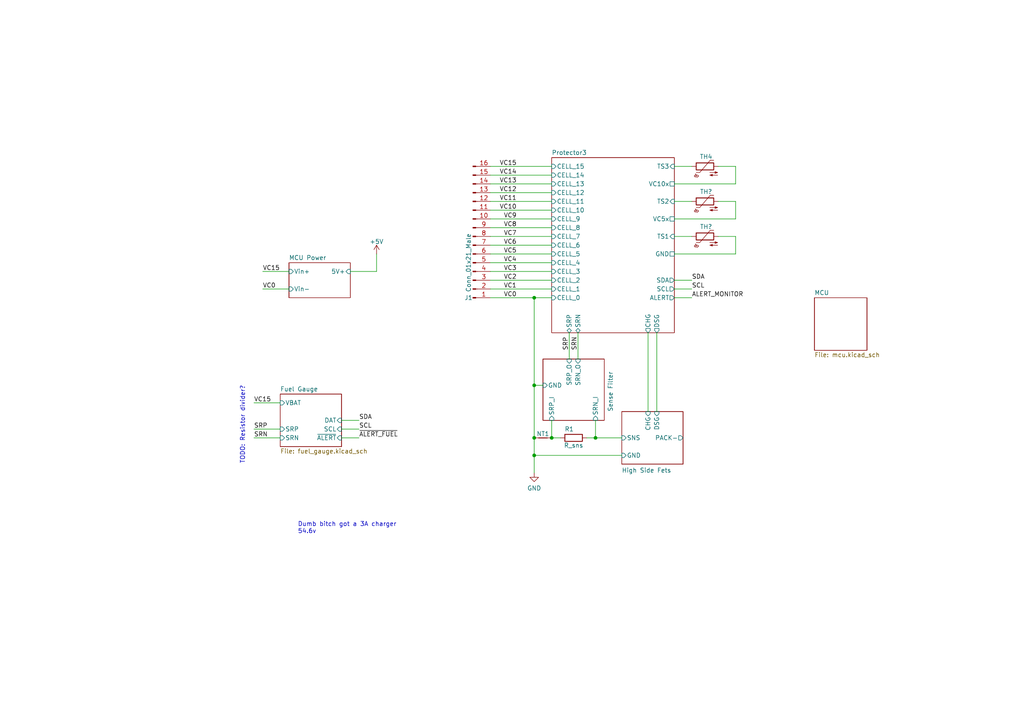
<source format=kicad_sch>
(kicad_sch (version 20211123) (generator eeschema)
  (paper "A4")
  (title_block (title "BMS") (date "2022-10-30") (rev "Rev 0") (company "QTech BMS Dept"))
  (lib_symbols
    (symbol "Connector:Conn_01x16_Male" (pin_names (offset 1.016) hide)
      (property "Reference" "J" (at 0 20.32 0))
      (property "Value" "Conn_01x16_Male" (at 0 -22.86 0))
      (symbol "Conn_01x16_Male_1_1"
        (polyline (pts (xy 1.27 -20.32) (xy 0.8636 -20.32)) (stroke (width 0.1524)))
        (polyline (pts (xy 1.27 -17.78) (xy 0.8636 -17.78)) (stroke (width 0.1524)))
        (polyline (pts (xy 1.27 -15.24) (xy 0.8636 -15.24)) (stroke (width 0.1524)))
        (polyline (pts (xy 1.27 -12.7) (xy 0.8636 -12.7)) (stroke (width 0.1524)))
        (polyline (pts (xy 1.27 -10.16) (xy 0.8636 -10.16)) (stroke (width 0.1524)))
        (polyline (pts (xy 1.27 -7.62) (xy 0.8636 -7.62)) (stroke (width 0.1524)))
        (polyline (pts (xy 1.27 -5.08) (xy 0.8636 -5.08)) (stroke (width 0.1524)))
        (polyline (pts (xy 1.27 -2.54) (xy 0.8636 -2.54)) (stroke (width 0.1524)))
        (polyline (pts (xy 1.27 0) (xy 0.8636 0)) (stroke (width 0.1524)))
        (polyline (pts (xy 1.27 2.54) (xy 0.8636 2.54)) (stroke (width 0.1524)))
        (polyline (pts (xy 1.27 5.08) (xy 0.8636 5.08)) (stroke (width 0.1524)))
        (polyline (pts (xy 1.27 7.62) (xy 0.8636 7.62)) (stroke (width 0.1524)))
        (polyline (pts (xy 1.27 10.16) (xy 0.8636 10.16)) (stroke (width 0.1524)))
        (polyline (pts (xy 1.27 12.7) (xy 0.8636 12.7)) (stroke (width 0.1524)))
        (polyline (pts (xy 1.27 15.24) (xy 0.8636 15.24)) (stroke (width 0.1524)))
        (polyline (pts (xy 1.27 17.78) (xy 0.8636 17.78)) (stroke (width 0.1524)))
        (rectangle (start 0.8636 -20.193) (end 0 -20.447) (stroke (width 0.1524)) (fill (type outline)))
        (rectangle (start 0.8636 -17.653) (end 0 -17.907) (stroke (width 0.1524)) (fill (type outline)))
        (rectangle (start 0.8636 -15.113) (end 0 -15.367) (stroke (width 0.1524)) (fill (type outline)))
        (rectangle (start 0.8636 -12.573) (end 0 -12.827) (stroke (width 0.1524)) (fill (type outline)))
        (rectangle (start 0.8636 -10.033) (end 0 -10.287) (stroke (width 0.1524)) (fill (type outline)))
        (rectangle (start 0.8636 -7.493) (end 0 -7.747) (stroke (width 0.1524)) (fill (type outline)))
        (rectangle (start 0.8636 -4.953) (end 0 -5.207) (stroke (width 0.1524)) (fill (type outline)))
        (rectangle (start 0.8636 -2.413) (end 0 -2.667) (stroke (width 0.1524)) (fill (type outline)))
        (rectangle (start 0.8636 0.127) (end 0 -0.127) (stroke (width 0.1524)) (fill (type outline)))
        (rectangle (start 0.8636 2.667) (end 0 2.413) (stroke (width 0.1524)) (fill (type outline)))
        (rectangle (start 0.8636 5.207) (end 0 4.953) (stroke (width 0.1524)) (fill (type outline)))
        (rectangle (start 0.8636 7.747) (end 0 7.493) (stroke (width 0.1524)) (fill (type outline)))
        (rectangle (start 0.8636 10.287) (end 0 10.033) (stroke (width 0.1524)) (fill (type outline)))
        (rectangle (start 0.8636 12.827) (end 0 12.573) (stroke (width 0.1524)) (fill (type outline)))
        (rectangle (start 0.8636 15.367) (end 0 15.113) (stroke (width 0.1524)) (fill (type outline)))
        (rectangle (start 0.8636 17.907) (end 0 17.653) (stroke (width 0.1524)) (fill (type outline)))
        (pin passive line (at 5.08 17.78 180) (length 3.81) (name "Pin_1") (number "1"))
        (pin passive line (at 5.08 -5.08 180) (length 3.81) (name "Pin_10") (number "10"))
        (pin passive line (at 5.08 -7.62 180) (length 3.81) (name "Pin_11") (number "11"))
        (pin passive line (at 5.08 -10.16 180) (length 3.81) (name "Pin_12") (number "12"))
        (pin passive line (at 5.08 -12.7 180) (length 3.81) (name "Pin_13") (number "13"))
        (pin passive line (at 5.08 -15.24 180) (length 3.81) (name "Pin_14") (number "14"))
        (pin passive line (at 5.08 -17.78 180) (length 3.81) (name "Pin_15") (number "15"))
        (pin passive line (at 5.08 -20.32 180) (length 3.81) (name "Pin_16") (number "16"))
        (pin passive line (at 5.08 15.24 180) (length 3.81) (name "Pin_2") (number "2"))
        (pin passive line (at 5.08 12.7 180) (length 3.81) (name "Pin_3") (number "3"))
        (pin passive line (at 5.08 10.16 180) (length 3.81) (name "Pin_4") (number "4"))
        (pin passive line (at 5.08 7.62 180) (length 3.81) (name "Pin_5") (number "5"))
        (pin passive line (at 5.08 5.08 180) (length 3.81) (name "Pin_6") (number "6"))
        (pin passive line (at 5.08 2.54 180) (length 3.81) (name "Pin_7") (number "7"))
        (pin passive line (at 5.08 0 180) (length 3.81) (name "Pin_8") (number "8"))
        (pin passive line (at 5.08 -2.54 180) (length 3.81) (name "Pin_9") (number "9"))
      )
    )
    (symbol "Device:NetTie_2" (pin_numbers hide) (pin_names (offset 0) hide)
      (property "Reference" "NT" (at 0 1.27 0))
      (property "Value" "NetTie_2" (at 0 -1.27 0))
      (symbol "NetTie_2_0_1"
        (polyline (pts (xy -1.27 0) (xy 1.27 0)) (stroke (width 0.254)))
      )
      (symbol "NetTie_2_1_1"
        (pin passive line (at -2.54 0 0) (length 2.54) (name "1") (number "1"))
        (pin passive line (at 2.54 0 180) (length 2.54) (name "2") (number "2"))
      )
    )
    (symbol "Device:R" (pin_numbers hide) (pin_names (offset 0))
      (property "Reference" "R" (at 2.032 0 90))
      (property "Value" "R" (at 0 0 90))
      (symbol "R_0_1"
        (rectangle (start -1.016 -2.54) (end 1.016 2.54) (stroke (width 0.254)))
      )
      (symbol "R_1_1"
        (pin passive line (at 0 3.81 270) (length 1.27) (name "~") (number "1"))
        (pin passive line (at 0 -3.81 90) (length 1.27) (name "~") (number "2"))
      )
    )
    (symbol "Device:Thermistor_NTC" (pin_numbers hide) (pin_names (offset 0))
      (property "Reference" "TH" (at -4.445 0 90))
      (property "Value" "Thermistor_NTC" (at 3.175 0 90))
      (symbol "Thermistor_NTC_0_1"
        (arc (start -3.048 2.159) (mid -3.0495 2.3143) (end -3.175 2.413))
        (arc (start -3.048 2.159) (mid -2.9736 1.9794) (end -2.794 1.905))
        (arc (start -3.048 2.794) (mid -2.9736 2.6144) (end -2.794 2.54))
        (arc (start -2.794 1.905) (mid -2.6144 1.9794) (end -2.54 2.159))
        (arc (start -2.794 2.54) (mid -2.4393 2.5587) (end -2.159 2.794))
        (arc (start -2.794 3.048) (mid -2.9736 2.9736) (end -3.048 2.794))
        (arc (start -2.54 2.794) (mid -2.6144 2.9736) (end -2.794 3.048))
        (rectangle (start -1.016 2.54) (end 1.016 -2.54) (stroke (width 0.254)))
        (polyline (pts (xy -2.54 2.159) (xy -2.54 2.794)))
        (polyline (pts (xy -1.778 2.54) (xy -1.778 1.524) (xy 1.778 -1.524) (xy 1.778 -2.54)))
        (polyline (pts (xy -2.54 -3.683) (xy -2.54 -1.397) (xy -2.794 -2.159) (xy -2.286 -2.159) (xy -2.54 -1.397) (xy -2.54 -1.651)) (fill (type outline)))
        (polyline (pts (xy -1.778 -1.397) (xy -1.778 -3.683) (xy -2.032 -2.921) (xy -1.524 -2.921) (xy -1.778 -3.683) (xy -1.778 -3.429)) (fill (type outline)))
      )
      (symbol "Thermistor_NTC_1_1"
        (pin passive line (at 0 3.81 270) (length 1.27) (name "~") (number "1"))
        (pin passive line (at 0 -3.81 90) (length 1.27) (name "~") (number "2"))
      )
    )
    (symbol "power:+5V" (power) (pin_names (offset 0))
      (property "Value" "+5V" (at 0 3.556 0))
      (symbol "+5V_0_1"
        (polyline (pts (xy -0.762 1.27) (xy 0 2.54)))
        (polyline (pts (xy 0 0) (xy 0 2.54)))
        (polyline (pts (xy 0 2.54) (xy 0.762 1.27)))
      )
      (symbol "+5V_1_1"
        (pin power_in line (at 0 0 90) (length 0) hide (name "+5V") (number "1"))
      )
    )
    (symbol "power:GND" (power) (pin_names (offset 0))
      (property "Value" "GND" (at 0 -3.81 0))
      (symbol "GND_0_1"
        (polyline (pts (xy 0 0) (xy 0 -1.27) (xy 1.27 -1.27) (xy 0 -2.54) (xy -1.27 -1.27) (xy 0 -1.27)))
      )
      (symbol "GND_1_1"
        (pin power_in line (at 0 0 270) (length 0) hide (name "GND") (number "1"))
      )
    )
  )
  (junction (at 154.94 132.08))
  (junction (at 154.94 86.36))
  (junction (at 172.72 127))
  (junction (at 160.02 127))
  (junction (at 154.94 111.76))
  (junction (at 154.94 127))
  (wire (pts (xy 187.96 96.52) (xy 187.96 119.38)))
  (wire (pts (xy 213.36 53.34) (xy 213.36 48.26)))
  (wire (pts (xy 167.64 96.52) (xy 167.64 104.14)))
  (wire (pts (xy 142.24 83.82) (xy 160.02 83.82)))
  (wire (pts (xy 195.58 73.66) (xy 213.36 73.66)))
  (wire (pts (xy 142.24 76.2) (xy 160.02 76.2)))
  (wire (pts (xy 142.24 81.28) (xy 160.02 81.28)))
  (wire (pts (xy 142.24 58.42) (xy 160.02 58.42)))
  (wire (pts (xy 109.22 73.66) (xy 109.22 78.74)))
  (wire (pts (xy 76.2 78.74) (xy 83.82 78.74)))
  (wire (pts (xy 154.94 127) (xy 154.94 132.08)))
  (wire (pts (xy 195.58 63.5) (xy 213.36 63.5)))
  (wire (pts (xy 154.94 132.08) (xy 154.94 137.16)))
  (wire (pts (xy 195.58 68.58) (xy 200.66 68.58)))
  (wire (pts (xy 172.72 127) (xy 180.34 127)))
  (wire (pts (xy 142.24 86.36) (xy 154.94 86.36)))
  (wire (pts (xy 142.24 71.12) (xy 160.02 71.12)))
  (wire (pts (xy 172.72 121.92) (xy 172.72 127)))
  (wire (pts (xy 99.06 127) (xy 104.14 127)))
  (wire (pts (xy 142.24 48.26) (xy 160.02 48.26)))
  (wire (pts (xy 160.02 121.92) (xy 160.02 127)))
  (wire (pts (xy 213.36 63.5) (xy 213.36 58.42)))
  (wire (pts (xy 208.28 58.42) (xy 213.36 58.42)))
  (wire (pts (xy 142.24 63.5) (xy 160.02 63.5)))
  (wire (pts (xy 73.66 116.84) (xy 81.28 116.84)))
  (wire (pts (xy 81.28 124.46) (xy 73.66 124.46)))
  (wire (pts (xy 170.18 127) (xy 172.72 127)))
  (wire (pts (xy 195.58 86.36) (xy 200.66 86.36)))
  (wire (pts (xy 165.1 96.52) (xy 165.1 104.14)))
  (wire (pts (xy 195.58 53.34) (xy 213.36 53.34)))
  (wire (pts (xy 142.24 55.88) (xy 160.02 55.88)))
  (wire (pts (xy 142.24 73.66) (xy 160.02 73.66)))
  (wire (pts (xy 142.24 68.58) (xy 160.02 68.58)))
  (wire (pts (xy 213.36 73.66) (xy 213.36 68.58)))
  (wire (pts (xy 208.28 48.26) (xy 213.36 48.26)))
  (wire (pts (xy 154.94 111.76) (xy 157.48 111.76)))
  (wire (pts (xy 195.58 83.82) (xy 200.66 83.82)))
  (wire (pts (xy 208.28 68.58) (xy 213.36 68.58)))
  (wire (pts (xy 142.24 50.8) (xy 160.02 50.8)))
  (wire (pts (xy 99.06 121.92) (xy 104.14 121.92)))
  (wire (pts (xy 180.34 132.08) (xy 154.94 132.08)))
  (wire (pts (xy 160.02 127) (xy 162.56 127)))
  (wire (pts (xy 142.24 60.96) (xy 160.02 60.96)))
  (wire (pts (xy 76.2 83.82) (xy 83.82 83.82)))
  (wire (pts (xy 195.58 81.28) (xy 200.66 81.28)))
  (wire (pts (xy 81.28 127) (xy 73.66 127)))
  (wire (pts (xy 101.6 78.74) (xy 109.22 78.74)))
  (wire (pts (xy 154.94 86.36) (xy 160.02 86.36)))
  (wire (pts (xy 195.58 48.26) (xy 200.66 48.26)))
  (wire (pts (xy 142.24 66.04) (xy 160.02 66.04)))
  (wire (pts (xy 142.24 78.74) (xy 160.02 78.74)))
  (wire (pts (xy 190.5 96.52) (xy 190.5 119.38)))
  (wire (pts (xy 99.06 124.46) (xy 104.14 124.46)))
  (wire (pts (xy 195.58 58.42) (xy 200.66 58.42)))
  (wire (pts (xy 154.94 111.76) (xy 154.94 127)))
  (wire (pts (xy 142.24 53.34) (xy 160.02 53.34)))
  (wire (pts (xy 154.94 86.36) (xy 154.94 111.76)))
  (text "TODO: Resistor divider?" (at 71.12 134.62 90) (effects (font (size 1.27 1.27)) (justify left bottom)))
  (text "Dumb bitch got a 3A charger\n54.6v" (at 86.36 154.94 0) (effects (font (size 1.27 1.27)) (justify left bottom)))
  (label "VC7" (at 149.86 68.58 180))
  (label "VC14" (at 149.86 50.8 180))
  (label "SRP" (at 165.1 101.6 90))
  (label "~{ALERT_FUEL}" (at 104.14 127 0))
  (label "VC13" (at 149.86 53.34 180))
  (label "VC5" (at 149.86 73.66 180))
  (label "VC6" (at 149.86 71.12 180))
  (label "SRN" (at 167.64 101.6 90))
  (label "VC15" (at 76.2 78.74 0))
  (label "VC9" (at 149.86 63.5 180))
  (label "SDA" (at 104.14 121.92 0))
  (label "VC0" (at 149.86 86.36 180))
  (label "SCL" (at 104.14 124.46 0))
  (label "SDA" (at 200.66 81.28 0))
  (label "VC2" (at 149.86 81.28 180))
  (label "ALERT_MONITOR" (at 200.66 86.36 0))
  (label "VC1" (at 149.86 83.82 180))
  (label "VC10" (at 149.86 60.96 180))
  (label "SRN" (at 73.66 127 0))
  (label "SRP" (at 73.66 124.46 0))
  (label "VC8" (at 149.86 66.04 180))
  (label "SCL" (at 200.66 83.82 0))
  (label "VC15" (at 73.66 116.84 0))
  (label "VC12" (at 149.86 55.88 180))
  (label "VC4" (at 149.86 76.2 180))
  (label "VC0" (at 76.2 83.82 0))
  (label "VC11" (at 149.86 58.42 180))
  (label "VC3" (at 149.86 78.74 180))
  (label "VC15" (at 149.86 48.26 180))
  (symbol (lib_id "power:+5V") (at 109.22 73.66 0) (unit 1)
    (property "Reference" "#PWR01" (effects hide))
    (property "Value" "+5V" (at 109.22 70.0842 0))
  )
  (symbol (lib_id "power:GND") (at 154.94 137.16 0) (unit 1)
    (property "Reference" "#PWR02" (effects hide))
    (property "Value" "GND" (at 154.94 141.6034 0))
  )
  (symbol (lib_id "Device:NetTie_2") (at 157.48 127 0) (unit 1) (on_board no)
    (property "Reference" "NT1" (at 157.48 125.8372 0))
    (property "Value" "NetTie_2" (effects hide))
  )
  (symbol (lib_id "Connector:Conn_01x16_Male") (at 137.16 68.58 0) (mirror x) (unit 1)
    (property "Reference" "J1" (at 135.89 86.36 0))
    (property "Value" "Conn_01x21_Male" (at 135.89 76.2 90))
    (property "Footprint" "Connector_PinHeader_2.00mm:PinHeader_1x16_P2.00mm_Horizontal" (effects hide))
  )
  (symbol (lib_id "Device:Thermistor_NTC") (at 204.47 58.42 90) (unit 1)
    (property "Reference" "TH?" (at 204.7875 55.6062 90))
    (property "Value" "Thermistor_NTC" (effects hide))
    (property "Footprint" "Connector_JST:JST_PH_B2B-PH-K_1x02_P2.00mm_Vertical" (effects hide))
  )
  (symbol (lib_id "Device:Thermistor_NTC") (at 204.47 68.58 90) (unit 1)
    (property "Reference" "TH?" (at 204.7875 65.7662 90))
    (property "Value" "Thermistor_NTC" (effects hide))
    (property "Footprint" "Connector_JST:JST_PH_B2B-PH-K_1x02_P2.00mm_Vertical" (effects hide))
  )
  (symbol (lib_id "Device:Thermistor_NTC") (at 204.47 48.26 90) (unit 1)
    (property "Reference" "TH4" (at 204.7875 45.4462 90))
    (property "Value" "Thermistor_NTC" (effects hide))
    (property "Footprint" "Connector_JST:JST_PH_B2B-PH-K_1x02_P2.00mm_Vertical" (effects hide))
  )
  (symbol (lib_id "Device:R") (at 166.37 127 270) (unit 1)
    (property "Reference" "R1" (at 165.1 124.46 90))
    (property "Value" "R_sns" (at 166.37 129.1789 90))
    (property "Src_Value" "R_sns" (effects hide))
  )
  (sheet (at 81.28 114.3) (size 17.78 15.24) (stroke (width 0.1524))
    (property "Sheet name" "Fuel Gauge" (at 81.28 113.5884 0) (effects (justify left bottom)))
    (property "Sheet file" "fuel_gauge.kicad_sch" (at 81.28 130.1246 0) (effects (justify left top)))
    (pin "VBAT" input (at 81.28 116.84 180))
    (pin "SRN" input (at 81.28 127 180))
    (pin "SRP" input (at 81.28 124.46 180))
    (pin "SCL" input (at 99.06 124.46 0))
    (pin "~{ALERT}" input (at 99.06 127 0))
    (pin "DAT" input (at 99.06 121.92 0))
  )
  (sheet (at 236.22 86.36) (size 15.24 15.24) (stroke (width 0.1524))
    (property "Sheet name" "MCU" (at 236.22 85.6484 0) (effects (justify left bottom)))
    (property "Sheet file" "mcu.kicad_sch" (at 236.22 102.1846 0) (effects (justify left top)))
  )
  (sheet (at 180.34 119.38) (size 17.78 15.24) (stroke (width 0.1524))
    (property "Sheet name" "High Side Fets" (at 180.34 137.16 0) (effects (justify left bottom)))
    (property "Sheet file" "high_side.kicad_sch" (effects hide))
    (pin "CHG" input (at 187.96 119.38 90))
    (pin "DSG" input (at 190.5 119.38 90))
    (pin "PACK-" output (at 198.12 127 0))
    (pin "SNS" input (at 180.34 127 180))
    (pin "GND" input (at 180.34 132.08 180))
  )
  (sheet (at 83.82 76.2) (size 17.78 10.16) (stroke (width 0.1524))
    (property "Sheet name" "MCU Power" (at 83.82 75.4884 0) (effects (justify left bottom)))
    (property "Sheet file" "mcu_power.kicad_sch" (effects hide))
    (pin "5V+" input (at 101.6 78.74 0))
    (pin "Vin+" input (at 83.82 78.74 180))
    (pin "Vin-" input (at 83.82 83.82 180))
  )
  (sheet (at 157.48 104.14) (size 17.78 17.78) (stroke (width 0.1524))
    (property "Sheet name" "Sense Filter" (at 177.8 119.38 90) (effects (justify left bottom)))
    (property "Sheet file" "sense_filter.kicad_sch" (effects hide))
    (pin "SRP_I" input (at 160.02 121.92 270))
    (pin "SRN_I" input (at 172.72 121.92 270))
    (pin "GND" input (at 157.48 111.76 180))
    (pin "SRP_O" input (at 165.1 104.14 90))
    (pin "SRN_O" input (at 167.64 104.14 90))
  )
  (sheet (at 160.02 45.72) (size 35.56 50.8) (stroke (width 0.1524))
    (property "Sheet name" "Protector3" (at 160.02 45.0084 0) (effects (justify left bottom)))
    (property "Sheet file" "protector.kicad_sch" (effects hide))
    (pin "CHG" output (at 187.96 96.52 270))
    (pin "DSG" output (at 190.5 96.52 270))
    (pin "CELL_0" input (at 160.02 86.36 180))
    (pin "CELL_1" input (at 160.02 83.82 180))
    (pin "CELL_2" input (at 160.02 81.28 180))
    (pin "CELL_3" input (at 160.02 78.74 180))
    (pin "CELL_4" input (at 160.02 76.2 180))
    (pin "CELL_5" input (at 160.02 73.66 180))
    (pin "SRP" bidirectional (at 165.1 96.52 270))
    (pin "SRN" bidirectional (at 167.64 96.52 270))
    (pin "CELL_6" input (at 160.02 71.12 180))
    (pin "CELL_7" input (at 160.02 68.58 180))
    (pin "VC10x" passive (at 195.58 53.34 0))
    (pin "TS2" input (at 195.58 58.42 0))
    (pin "TS3" input (at 195.58 48.26 0))
    (pin "VC5x" passive (at 195.58 63.5 0))
    (pin "SDA" output (at 195.58 81.28 0))
    (pin "ALERT" output (at 195.58 86.36 0))
    (pin "TS1" input (at 195.58 68.58 0))
    (pin "SCL" output (at 195.58 83.82 0))
    (pin "CELL_15" input (at 160.02 48.26 180))
    (pin "CELL_14" input (at 160.02 50.8 180))
    (pin "CELL_12" input (at 160.02 55.88 180))
    (pin "CELL_13" input (at 160.02 53.34 180))
    (pin "CELL_10" input (at 160.02 60.96 180))
    (pin "CELL_9" input (at 160.02 63.5 180))
    (pin "CELL_8" input (at 160.02 66.04 180))
    (pin "CELL_11" input (at 160.02 58.42 180))
    (pin "GND" passive (at 195.58 73.66 0))
  )
)
</source>
